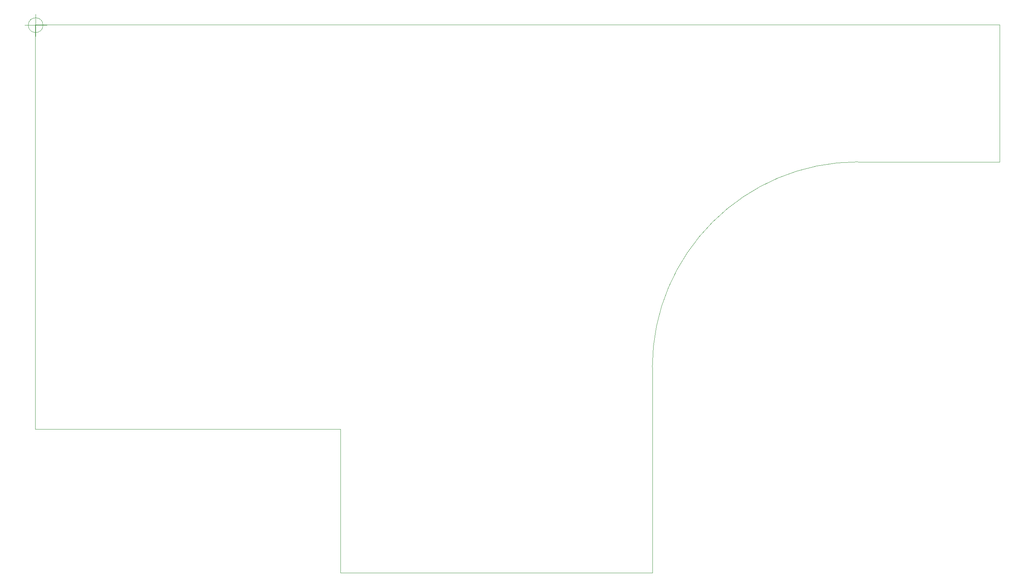
<source format=gbr>
%TF.GenerationSoftware,KiCad,Pcbnew,6.0.8-f2edbf62ab~116~ubuntu20.04.1*%
%TF.CreationDate,2023-08-02T22:58:19+02:00*%
%TF.ProjectId,Board_Bluetooth_radio_platform,426f6172-645f-4426-9c75-65746f6f7468,rev?*%
%TF.SameCoordinates,Original*%
%TF.FileFunction,Profile,NP*%
%FSLAX46Y46*%
G04 Gerber Fmt 4.6, Leading zero omitted, Abs format (unit mm)*
G04 Created by KiCad (PCBNEW 6.0.8-f2edbf62ab~116~ubuntu20.04.1) date 2023-08-02 22:58:19*
%MOMM*%
%LPD*%
G01*
G04 APERTURE LIST*
%TA.AperFunction,Profile*%
%ADD10C,0.100000*%
%TD*%
G04 APERTURE END LIST*
D10*
X23764666Y-20066000D02*
G75*
G03*
X23764666Y-20066000I-1666666J0D01*
G01*
X19598000Y-20066000D02*
X24598000Y-20066000D01*
X22098000Y-17566000D02*
X22098000Y-22566000D01*
X208000000Y-51000000D02*
G75*
G03*
X161500000Y-97500000I0J-46500000D01*
G01*
X240000000Y-20000000D02*
X240000000Y-51000000D01*
X240000000Y-51000000D02*
X208000000Y-51000000D01*
X22000000Y-111500000D02*
X91000000Y-111500000D01*
X161500000Y-144000000D02*
X161500000Y-97500000D01*
X91000000Y-144000000D02*
X161500000Y-144000000D01*
X91000000Y-111500000D02*
X91000000Y-144000000D01*
X22000000Y-20000000D02*
X22000000Y-111500000D01*
X22000000Y-20000000D02*
X240000000Y-20000000D01*
M02*

</source>
